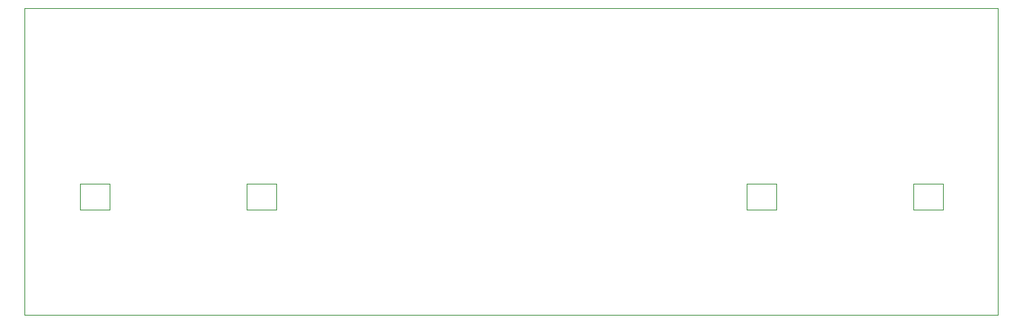
<source format=gm1>
G04 #@! TF.GenerationSoftware,KiCad,Pcbnew,(6.0.0)*
G04 #@! TF.CreationDate,2023-06-03T10:37:20-07:00*
G04 #@! TF.ProjectId,stepad,73746570-6164-42e6-9b69-6361645f7063,rev?*
G04 #@! TF.SameCoordinates,Original*
G04 #@! TF.FileFunction,Profile,NP*
%FSLAX46Y46*%
G04 Gerber Fmt 4.6, Leading zero omitted, Abs format (unit mm)*
G04 Created by KiCad (PCBNEW (6.0.0)) date 2023-06-03 10:37:20*
%MOMM*%
%LPD*%
G01*
G04 APERTURE LIST*
G04 #@! TA.AperFunction,Profile*
%ADD10C,0.100000*%
G04 #@! TD*
G04 #@! TA.AperFunction,Profile*
%ADD11C,0.120000*%
G04 #@! TD*
G04 APERTURE END LIST*
D10*
X253650000Y-80000000D02*
X142400000Y-80000000D01*
X142400000Y-80000000D02*
X142400000Y-44950000D01*
X142400000Y-44950000D02*
X253650000Y-44950000D01*
X253650000Y-44950000D02*
X253650000Y-80000000D01*
D11*
X171150000Y-68000000D02*
X167750000Y-68000000D01*
X167750000Y-68000000D02*
X167750000Y-65000000D01*
X171150000Y-65000000D02*
X171150000Y-68000000D01*
X167750000Y-65000000D02*
X171150000Y-65000000D01*
X247350000Y-65000000D02*
X247350000Y-68000000D01*
X247350000Y-68000000D02*
X243950000Y-68000000D01*
X243950000Y-65000000D02*
X247350000Y-65000000D01*
X243950000Y-68000000D02*
X243950000Y-65000000D01*
X148700000Y-65000000D02*
X152100000Y-65000000D01*
X152100000Y-68000000D02*
X148700000Y-68000000D01*
X148700000Y-68000000D02*
X148700000Y-65000000D01*
X152100000Y-65000000D02*
X152100000Y-68000000D01*
X224900000Y-65000000D02*
X228300000Y-65000000D01*
X224900000Y-68000000D02*
X224900000Y-65000000D01*
X228300000Y-68000000D02*
X224900000Y-68000000D01*
X228300000Y-65000000D02*
X228300000Y-68000000D01*
M02*

</source>
